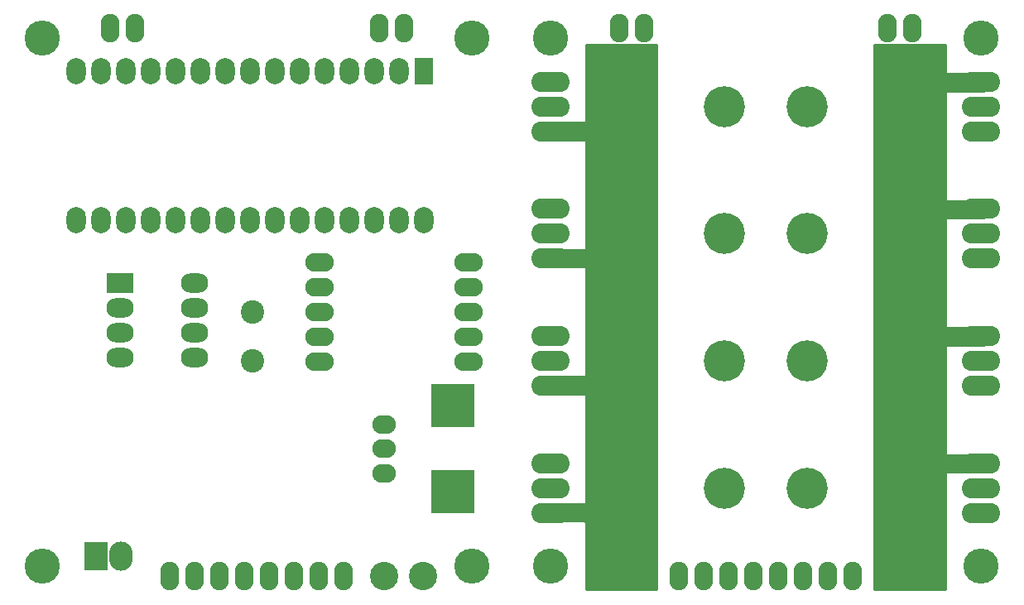
<source format=gbr>
G04 #@! TF.FileFunction,Soldermask,Bot*
%FSLAX46Y46*%
G04 Gerber Fmt 4.6, Leading zero omitted, Abs format (unit mm)*
G04 Created by KiCad (PCBNEW 4.0.4-stable) date 03/17/17 17:10:39*
%MOMM*%
%LPD*%
G01*
G04 APERTURE LIST*
%ADD10C,0.100000*%
%ADD11C,2.900000*%
%ADD12C,3.600000*%
%ADD13C,2.400000*%
%ADD14O,2.924000X1.924000*%
%ADD15R,2.400000X3.000000*%
%ADD16O,2.400000X3.000000*%
%ADD17R,2.800000X2.000000*%
%ADD18O,2.800000X2.000000*%
%ADD19O,1.920000X2.920000*%
%ADD20O,2.400000X1.924000*%
%ADD21R,4.400000X4.400000*%
%ADD22R,1.974800X2.686000*%
%ADD23O,1.974800X2.686000*%
%ADD24C,2.899360*%
%ADD25O,3.900120X2.099260*%
%ADD26C,4.199840*%
%ADD27C,0.254000*%
G04 APERTURE END LIST*
D10*
D11*
X161750000Y-86500000D03*
X161750000Y-99500000D03*
X161750000Y-112500000D03*
X161750000Y-126500000D03*
X132250000Y-126500000D03*
X132250000Y-112500000D03*
X132250000Y-99500000D03*
D12*
X125000000Y-127000000D03*
X169000000Y-127000000D03*
X169000000Y-73000000D03*
D13*
X94500000Y-101000000D03*
X94500000Y-106000000D03*
D14*
X116620000Y-106080000D03*
X116620000Y-103540000D03*
X116620000Y-101000000D03*
X116620000Y-98460000D03*
X116620000Y-95920000D03*
X101380000Y-95920000D03*
X101380000Y-98460000D03*
X101380000Y-101000000D03*
X101380000Y-103540000D03*
X101380000Y-106080000D03*
D15*
X78500000Y-126000000D03*
D16*
X81040000Y-126000000D03*
D17*
X81000000Y-98000000D03*
D18*
X88620000Y-105620000D03*
X81000000Y-100540000D03*
X88620000Y-103080000D03*
X81000000Y-103080000D03*
X88620000Y-100540000D03*
X81000000Y-105620000D03*
X88620000Y-98000000D03*
D19*
X80000000Y-72000000D03*
X82540000Y-72000000D03*
X110000000Y-72000000D03*
X107460000Y-72000000D03*
D20*
X108000000Y-112500000D03*
X108000000Y-115000000D03*
X108000000Y-117500000D03*
D21*
X115000000Y-119400000D03*
X115000000Y-110600000D03*
D22*
X112050000Y-76380000D03*
D23*
X109510000Y-76380000D03*
X106970000Y-76380000D03*
X104430000Y-76380000D03*
X101890000Y-76380000D03*
X99350000Y-76380000D03*
X96810000Y-76380000D03*
X94270000Y-76380000D03*
X91730000Y-76380000D03*
X89190000Y-76380000D03*
X86650000Y-76380000D03*
X84110000Y-76380000D03*
X81570000Y-76380000D03*
X79030000Y-76380000D03*
X76490000Y-76380000D03*
X76490000Y-91620000D03*
X79030000Y-91620000D03*
X81570000Y-91620000D03*
X84110000Y-91620000D03*
X86650000Y-91620000D03*
X89190000Y-91620000D03*
X91730000Y-91620000D03*
X94270000Y-91620000D03*
X96810000Y-91620000D03*
X99350000Y-91620000D03*
X101890000Y-91620000D03*
X104430000Y-91620000D03*
X106970000Y-91620000D03*
X109510000Y-91620000D03*
X112050000Y-91620000D03*
D12*
X73000000Y-73000000D03*
X117000000Y-73000000D03*
X73000000Y-127000000D03*
X117000000Y-127000000D03*
D24*
X112000000Y-128000000D03*
X108000000Y-128000000D03*
D19*
X132000000Y-72000000D03*
X134540000Y-72000000D03*
X162000000Y-72000000D03*
X159460000Y-72000000D03*
D12*
X125000000Y-73000000D03*
D11*
X132250000Y-86500000D03*
D25*
X169000000Y-119000000D03*
X169000000Y-121540000D03*
X169000000Y-116460000D03*
D26*
X151236000Y-119000000D03*
D25*
X169000000Y-106000000D03*
X169000000Y-108540000D03*
X169000000Y-103460000D03*
D26*
X151236000Y-106000000D03*
D25*
X169000000Y-93000000D03*
X169000000Y-95540000D03*
X169000000Y-90460000D03*
D26*
X151236000Y-93000000D03*
D25*
X169000000Y-80000000D03*
X169000000Y-82540000D03*
X169000000Y-77460000D03*
D26*
X151236000Y-80000000D03*
D25*
X125000000Y-80000000D03*
X125000000Y-77460000D03*
X125000000Y-82540000D03*
D26*
X142764000Y-80000000D03*
D25*
X125000000Y-93000000D03*
X125000000Y-90460000D03*
X125000000Y-95540000D03*
D26*
X142764000Y-93000000D03*
D25*
X125000000Y-106000000D03*
X125000000Y-103460000D03*
X125000000Y-108540000D03*
D26*
X142764000Y-106000000D03*
D25*
X125000000Y-119000000D03*
X125000000Y-116460000D03*
X125000000Y-121540000D03*
D26*
X142764000Y-119000000D03*
D19*
X86100000Y-128000000D03*
X88640000Y-128000000D03*
X91180000Y-128000000D03*
X93720000Y-128000000D03*
X96260000Y-128000000D03*
X98800000Y-128000000D03*
X101340000Y-128000000D03*
X103880000Y-128000000D03*
X138100000Y-128000000D03*
X140640000Y-128000000D03*
X143180000Y-128000000D03*
X145720000Y-128000000D03*
X148260000Y-128000000D03*
X150800000Y-128000000D03*
X153340000Y-128000000D03*
X155880000Y-128000000D03*
D27*
G36*
X165373000Y-76500000D02*
X165383006Y-76549410D01*
X165411447Y-76591035D01*
X165453841Y-76618315D01*
X165500000Y-76627000D01*
X169373000Y-76627000D01*
X169373000Y-78373000D01*
X165500000Y-78373000D01*
X165450590Y-78383006D01*
X165408965Y-78411447D01*
X165381685Y-78453841D01*
X165373000Y-78500000D01*
X165373000Y-89500000D01*
X165383006Y-89549410D01*
X165411447Y-89591035D01*
X165453841Y-89618315D01*
X165500000Y-89627000D01*
X169373000Y-89627000D01*
X169373000Y-91373000D01*
X165500000Y-91373000D01*
X165450590Y-91383006D01*
X165408965Y-91411447D01*
X165381685Y-91453841D01*
X165373000Y-91500000D01*
X165373000Y-102500000D01*
X165383006Y-102549410D01*
X165411447Y-102591035D01*
X165453841Y-102618315D01*
X165500000Y-102627000D01*
X169373000Y-102627000D01*
X169373000Y-104373000D01*
X165500000Y-104373000D01*
X165450590Y-104383006D01*
X165408965Y-104411447D01*
X165381685Y-104453841D01*
X165373000Y-104500000D01*
X165373000Y-115500000D01*
X165383006Y-115549410D01*
X165411447Y-115591035D01*
X165453841Y-115618315D01*
X165500000Y-115627000D01*
X169373000Y-115627000D01*
X169373000Y-117373000D01*
X165500000Y-117373000D01*
X165450590Y-117383006D01*
X165408965Y-117411447D01*
X165381685Y-117453841D01*
X165373000Y-117500000D01*
X165373000Y-129373000D01*
X158127000Y-129373000D01*
X158127000Y-73627000D01*
X165373000Y-73627000D01*
X165373000Y-76500000D01*
X165373000Y-76500000D01*
G37*
X165373000Y-76500000D02*
X165383006Y-76549410D01*
X165411447Y-76591035D01*
X165453841Y-76618315D01*
X165500000Y-76627000D01*
X169373000Y-76627000D01*
X169373000Y-78373000D01*
X165500000Y-78373000D01*
X165450590Y-78383006D01*
X165408965Y-78411447D01*
X165381685Y-78453841D01*
X165373000Y-78500000D01*
X165373000Y-89500000D01*
X165383006Y-89549410D01*
X165411447Y-89591035D01*
X165453841Y-89618315D01*
X165500000Y-89627000D01*
X169373000Y-89627000D01*
X169373000Y-91373000D01*
X165500000Y-91373000D01*
X165450590Y-91383006D01*
X165408965Y-91411447D01*
X165381685Y-91453841D01*
X165373000Y-91500000D01*
X165373000Y-102500000D01*
X165383006Y-102549410D01*
X165411447Y-102591035D01*
X165453841Y-102618315D01*
X165500000Y-102627000D01*
X169373000Y-102627000D01*
X169373000Y-104373000D01*
X165500000Y-104373000D01*
X165450590Y-104383006D01*
X165408965Y-104411447D01*
X165381685Y-104453841D01*
X165373000Y-104500000D01*
X165373000Y-115500000D01*
X165383006Y-115549410D01*
X165411447Y-115591035D01*
X165453841Y-115618315D01*
X165500000Y-115627000D01*
X169373000Y-115627000D01*
X169373000Y-117373000D01*
X165500000Y-117373000D01*
X165450590Y-117383006D01*
X165408965Y-117411447D01*
X165381685Y-117453841D01*
X165373000Y-117500000D01*
X165373000Y-129373000D01*
X158127000Y-129373000D01*
X158127000Y-73627000D01*
X165373000Y-73627000D01*
X165373000Y-76500000D01*
G36*
X135873000Y-129373000D02*
X128627000Y-129373000D01*
X128627000Y-122500000D01*
X128616994Y-122450590D01*
X128588553Y-122408965D01*
X128546159Y-122381685D01*
X128500000Y-122373000D01*
X124627000Y-122373000D01*
X124627000Y-120627000D01*
X128500000Y-120627000D01*
X128549410Y-120616994D01*
X128591035Y-120588553D01*
X128618315Y-120546159D01*
X128627000Y-120500000D01*
X128627000Y-109500000D01*
X128616994Y-109450590D01*
X128588553Y-109408965D01*
X128546159Y-109381685D01*
X128500000Y-109373000D01*
X124627000Y-109373000D01*
X124627000Y-107627000D01*
X128500000Y-107627000D01*
X128549410Y-107616994D01*
X128591035Y-107588553D01*
X128618315Y-107546159D01*
X128627000Y-107500000D01*
X128627000Y-96500000D01*
X128616994Y-96450590D01*
X128588553Y-96408965D01*
X128546159Y-96381685D01*
X128500000Y-96373000D01*
X126127000Y-96373000D01*
X126127000Y-94627000D01*
X128500000Y-94627000D01*
X128549410Y-94616994D01*
X128591035Y-94588553D01*
X128618315Y-94546159D01*
X128627000Y-94500000D01*
X128627000Y-83500000D01*
X128616994Y-83450590D01*
X128588553Y-83408965D01*
X128546159Y-83381685D01*
X128500000Y-83373000D01*
X124627000Y-83373000D01*
X124627000Y-81627000D01*
X128500000Y-81627000D01*
X128549410Y-81616994D01*
X128591035Y-81588553D01*
X128618315Y-81546159D01*
X128627000Y-81500000D01*
X128627000Y-73627000D01*
X135873000Y-73627000D01*
X135873000Y-129373000D01*
X135873000Y-129373000D01*
G37*
X135873000Y-129373000D02*
X128627000Y-129373000D01*
X128627000Y-122500000D01*
X128616994Y-122450590D01*
X128588553Y-122408965D01*
X128546159Y-122381685D01*
X128500000Y-122373000D01*
X124627000Y-122373000D01*
X124627000Y-120627000D01*
X128500000Y-120627000D01*
X128549410Y-120616994D01*
X128591035Y-120588553D01*
X128618315Y-120546159D01*
X128627000Y-120500000D01*
X128627000Y-109500000D01*
X128616994Y-109450590D01*
X128588553Y-109408965D01*
X128546159Y-109381685D01*
X128500000Y-109373000D01*
X124627000Y-109373000D01*
X124627000Y-107627000D01*
X128500000Y-107627000D01*
X128549410Y-107616994D01*
X128591035Y-107588553D01*
X128618315Y-107546159D01*
X128627000Y-107500000D01*
X128627000Y-96500000D01*
X128616994Y-96450590D01*
X128588553Y-96408965D01*
X128546159Y-96381685D01*
X128500000Y-96373000D01*
X126127000Y-96373000D01*
X126127000Y-94627000D01*
X128500000Y-94627000D01*
X128549410Y-94616994D01*
X128591035Y-94588553D01*
X128618315Y-94546159D01*
X128627000Y-94500000D01*
X128627000Y-83500000D01*
X128616994Y-83450590D01*
X128588553Y-83408965D01*
X128546159Y-83381685D01*
X128500000Y-83373000D01*
X124627000Y-83373000D01*
X124627000Y-81627000D01*
X128500000Y-81627000D01*
X128549410Y-81616994D01*
X128591035Y-81588553D01*
X128618315Y-81546159D01*
X128627000Y-81500000D01*
X128627000Y-73627000D01*
X135873000Y-73627000D01*
X135873000Y-129373000D01*
M02*

</source>
